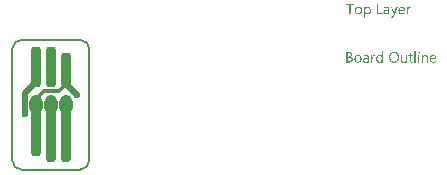
<source format=gtl>
G04*
G04 #@! TF.GenerationSoftware,Altium Limited,Altium Designer,21.9.2 (33)*
G04*
G04 Layer_Physical_Order=1*
G04 Layer_Color=255*
%FSAX25Y25*%
%MOIN*%
G70*
G04*
G04 #@! TF.SameCoordinates,076CCB32-9F76-40D1-A627-3FF0FC58CD4E*
G04*
G04*
G04 #@! TF.FilePolarity,Positive*
G04*
G01*
G75*
%ADD10C,0.00787*%
G04:AMPARAMS|DCode=11|XSize=35.43mil|YSize=188.98mil|CornerRadius=13.82mil|HoleSize=0mil|Usage=FLASHONLY|Rotation=180.000|XOffset=0mil|YOffset=0mil|HoleType=Round|Shape=RoundedRectangle|*
%AMROUNDEDRECTD11*
21,1,0.03543,0.16134,0,0,180.0*
21,1,0.00780,0.18898,0,0,180.0*
1,1,0.02764,-0.00390,0.08067*
1,1,0.02764,0.00390,0.08067*
1,1,0.02764,0.00390,-0.08067*
1,1,0.02764,-0.00390,-0.08067*
%
%ADD11ROUNDEDRECTD11*%
G04:AMPARAMS|DCode=12|XSize=35.43mil|YSize=169.29mil|CornerRadius=13.82mil|HoleSize=0mil|Usage=FLASHONLY|Rotation=180.000|XOffset=0mil|YOffset=0mil|HoleType=Round|Shape=RoundedRectangle|*
%AMROUNDEDRECTD12*
21,1,0.03543,0.14165,0,0,180.0*
21,1,0.00780,0.16929,0,0,180.0*
1,1,0.02764,-0.00390,0.07083*
1,1,0.02764,0.00390,0.07083*
1,1,0.02764,0.00390,-0.07083*
1,1,0.02764,-0.00390,-0.07083*
%
%ADD12ROUNDEDRECTD12*%
G04:AMPARAMS|DCode=13|XSize=35.43mil|YSize=135.83mil|CornerRadius=13.82mil|HoleSize=0mil|Usage=FLASHONLY|Rotation=180.000|XOffset=0mil|YOffset=0mil|HoleType=Round|Shape=RoundedRectangle|*
%AMROUNDEDRECTD13*
21,1,0.03543,0.10819,0,0,180.0*
21,1,0.00780,0.13583,0,0,180.0*
1,1,0.02764,-0.00390,0.05409*
1,1,0.02764,0.00390,0.05409*
1,1,0.02764,0.00390,-0.05409*
1,1,0.02764,-0.00390,-0.05409*
%
%ADD13ROUNDEDRECTD13*%
G04:AMPARAMS|DCode=14|XSize=35.43mil|YSize=116.14mil|CornerRadius=13.82mil|HoleSize=0mil|Usage=FLASHONLY|Rotation=180.000|XOffset=0mil|YOffset=0mil|HoleType=Round|Shape=RoundedRectangle|*
%AMROUNDEDRECTD14*
21,1,0.03543,0.08850,0,0,180.0*
21,1,0.00780,0.11614,0,0,180.0*
1,1,0.02764,-0.00390,0.04425*
1,1,0.02764,0.00390,0.04425*
1,1,0.02764,0.00390,-0.04425*
1,1,0.02764,-0.00390,-0.04425*
%
%ADD14ROUNDEDRECTD14*%
%ADD16O,0.04370X0.06732*%
%ADD17C,0.01181*%
%ADD18C,0.01968*%
%ADD19C,0.02362*%
G36*
X0105628Y0032682D02*
X0105662Y0032679D01*
X0105702Y0032676D01*
X0105748Y0032667D01*
X0105801Y0032657D01*
X0105860Y0032642D01*
X0105918Y0032623D01*
X0105980Y0032602D01*
X0106042Y0032574D01*
X0106107Y0032543D01*
X0106169Y0032503D01*
X0106227Y0032456D01*
X0106286Y0032404D01*
X0106339Y0032345D01*
X0106342Y0032342D01*
X0106351Y0032330D01*
X0106363Y0032311D01*
X0106382Y0032283D01*
X0106401Y0032250D01*
X0106425Y0032209D01*
X0106450Y0032160D01*
X0106475Y0032107D01*
X0106499Y0032046D01*
X0106524Y0031978D01*
X0106549Y0031903D01*
X0106567Y0031823D01*
X0106586Y0031736D01*
X0106598Y0031644D01*
X0106607Y0031545D01*
X0106611Y0031443D01*
Y0031440D01*
Y0031437D01*
Y0031428D01*
Y0031415D01*
X0106607Y0031381D01*
X0106604Y0031338D01*
X0106601Y0031285D01*
X0106595Y0031224D01*
X0106586Y0031156D01*
X0106573Y0031082D01*
X0106555Y0031004D01*
X0106536Y0030921D01*
X0106512Y0030837D01*
X0106481Y0030754D01*
X0106447Y0030670D01*
X0106407Y0030587D01*
X0106357Y0030510D01*
X0106305Y0030436D01*
X0106302Y0030433D01*
X0106289Y0030420D01*
X0106274Y0030402D01*
X0106249Y0030377D01*
X0106218Y0030349D01*
X0106181Y0030315D01*
X0106135Y0030281D01*
X0106085Y0030247D01*
X0106030Y0030213D01*
X0105965Y0030179D01*
X0105897Y0030145D01*
X0105823Y0030117D01*
X0105742Y0030093D01*
X0105656Y0030074D01*
X0105563Y0030062D01*
X0105467Y0030059D01*
X0105446D01*
X0105421Y0030062D01*
X0105387Y0030065D01*
X0105347Y0030071D01*
X0105300Y0030080D01*
X0105248Y0030093D01*
X0105189Y0030111D01*
X0105131Y0030133D01*
X0105069Y0030161D01*
X0105007Y0030195D01*
X0104942Y0030235D01*
X0104880Y0030284D01*
X0104822Y0030340D01*
X0104766Y0030405D01*
X0104713Y0030479D01*
X0104704D01*
Y0028965D01*
X0104302D01*
Y0032627D01*
X0104704D01*
Y0032185D01*
X0104713D01*
X0104716Y0032191D01*
X0104729Y0032206D01*
X0104744Y0032231D01*
X0104769Y0032262D01*
X0104800Y0032302D01*
X0104837Y0032342D01*
X0104883Y0032388D01*
X0104933Y0032435D01*
X0104991Y0032481D01*
X0105056Y0032528D01*
X0105127Y0032568D01*
X0105205Y0032608D01*
X0105288Y0032639D01*
X0105381Y0032664D01*
X0105477Y0032679D01*
X0105582Y0032685D01*
X0105603D01*
X0105628Y0032682D01*
D02*
G37*
G36*
X0119718Y0032667D02*
X0119752D01*
X0119790Y0032660D01*
X0119830Y0032654D01*
X0119870Y0032648D01*
X0119904Y0032636D01*
Y0032219D01*
X0119898Y0032222D01*
X0119885Y0032231D01*
X0119860Y0032243D01*
X0119826Y0032259D01*
X0119780Y0032274D01*
X0119731Y0032287D01*
X0119669Y0032296D01*
X0119598Y0032299D01*
X0119573D01*
X0119555Y0032296D01*
X0119533Y0032293D01*
X0119508Y0032287D01*
X0119449Y0032268D01*
X0119416Y0032256D01*
X0119382Y0032240D01*
X0119344Y0032219D01*
X0119307Y0032197D01*
X0119273Y0032169D01*
X0119236Y0032135D01*
X0119202Y0032098D01*
X0119168Y0032055D01*
X0119165Y0032052D01*
X0119162Y0032043D01*
X0119153Y0032030D01*
X0119141Y0032012D01*
X0119128Y0031987D01*
X0119113Y0031956D01*
X0119097Y0031922D01*
X0119082Y0031882D01*
X0119066Y0031839D01*
X0119051Y0031789D01*
X0119035Y0031734D01*
X0119023Y0031675D01*
X0119011Y0031610D01*
X0119001Y0031542D01*
X0118998Y0031471D01*
X0118995Y0031394D01*
Y0030117D01*
X0118594D01*
Y0032627D01*
X0118995D01*
Y0032107D01*
X0119005D01*
Y0032110D01*
X0119008Y0032120D01*
X0119014Y0032132D01*
X0119020Y0032151D01*
X0119029Y0032172D01*
X0119042Y0032200D01*
X0119070Y0032259D01*
X0119107Y0032327D01*
X0119153Y0032395D01*
X0119205Y0032460D01*
X0119267Y0032521D01*
X0119270Y0032524D01*
X0119276Y0032528D01*
X0119286Y0032534D01*
X0119298Y0032546D01*
X0119314Y0032555D01*
X0119335Y0032568D01*
X0119382Y0032596D01*
X0119440Y0032623D01*
X0119508Y0032648D01*
X0119582Y0032664D01*
X0119623Y0032667D01*
X0119663Y0032670D01*
X0119687D01*
X0119718Y0032667D01*
D02*
G37*
G36*
X0114385Y0029716D02*
Y0029713D01*
X0114382Y0029706D01*
X0114376Y0029697D01*
X0114370Y0029682D01*
X0114363Y0029663D01*
X0114354Y0029645D01*
X0114329Y0029595D01*
X0114295Y0029537D01*
X0114258Y0029469D01*
X0114212Y0029401D01*
X0114160Y0029326D01*
X0114101Y0029255D01*
X0114036Y0029184D01*
X0113965Y0029116D01*
X0113888Y0029057D01*
X0113804Y0029008D01*
X0113761Y0028989D01*
X0113715Y0028971D01*
X0113668Y0028956D01*
X0113619Y0028946D01*
X0113569Y0028940D01*
X0113517Y0028937D01*
X0113492D01*
X0113461Y0028940D01*
X0113424D01*
X0113384Y0028946D01*
X0113341Y0028953D01*
X0113294Y0028959D01*
X0113254Y0028971D01*
Y0029329D01*
X0113260Y0029326D01*
X0113276Y0029323D01*
X0113301Y0029317D01*
X0113331Y0029308D01*
X0113368Y0029298D01*
X0113409Y0029292D01*
X0113452Y0029289D01*
X0113492Y0029286D01*
X0113504D01*
X0113520Y0029289D01*
X0113541Y0029292D01*
X0113566Y0029298D01*
X0113597Y0029305D01*
X0113628Y0029317D01*
X0113665Y0029333D01*
X0113699Y0029351D01*
X0113739Y0029376D01*
X0113776Y0029404D01*
X0113813Y0029438D01*
X0113850Y0029481D01*
X0113888Y0029527D01*
X0113918Y0029583D01*
X0113949Y0029648D01*
X0114150Y0030121D01*
X0113171Y0032627D01*
X0113616D01*
X0114295Y0030695D01*
Y0030692D01*
X0114298Y0030686D01*
X0114302Y0030677D01*
X0114308Y0030658D01*
X0114314Y0030633D01*
X0114320Y0030599D01*
X0114332Y0030556D01*
X0114345Y0030504D01*
X0114360D01*
Y0030507D01*
X0114363Y0030516D01*
X0114366Y0030528D01*
X0114373Y0030550D01*
X0114379Y0030575D01*
X0114385Y0030606D01*
X0114397Y0030646D01*
X0114410Y0030689D01*
X0115124Y0032627D01*
X0115538D01*
X0114385Y0029716D01*
D02*
G37*
G36*
X0111938Y0032682D02*
X0111959D01*
X0111981Y0032679D01*
X0112009Y0032676D01*
X0112040Y0032670D01*
X0112105Y0032657D01*
X0112182Y0032636D01*
X0112259Y0032608D01*
X0112343Y0032568D01*
X0112426Y0032518D01*
X0112466Y0032491D01*
X0112506Y0032456D01*
X0112543Y0032419D01*
X0112581Y0032382D01*
X0112615Y0032339D01*
X0112645Y0032290D01*
X0112676Y0032240D01*
X0112704Y0032185D01*
X0112726Y0032123D01*
X0112747Y0032058D01*
X0112763Y0031990D01*
X0112775Y0031913D01*
X0112781Y0031835D01*
X0112784Y0031749D01*
Y0030117D01*
X0112383D01*
Y0030507D01*
X0112373D01*
X0112370Y0030501D01*
X0112361Y0030488D01*
X0112346Y0030467D01*
X0112324Y0030436D01*
X0112296Y0030402D01*
X0112262Y0030365D01*
X0112225Y0030324D01*
X0112179Y0030284D01*
X0112126Y0030241D01*
X0112071Y0030201D01*
X0112006Y0030164D01*
X0111938Y0030130D01*
X0111861Y0030099D01*
X0111780Y0030077D01*
X0111694Y0030065D01*
X0111601Y0030059D01*
X0111564D01*
X0111539Y0030062D01*
X0111508Y0030065D01*
X0111471Y0030068D01*
X0111431Y0030074D01*
X0111388Y0030083D01*
X0111292Y0030108D01*
X0111246Y0030124D01*
X0111196Y0030142D01*
X0111147Y0030164D01*
X0111100Y0030192D01*
X0111057Y0030222D01*
X0111014Y0030256D01*
X0111011Y0030259D01*
X0111005Y0030266D01*
X0110995Y0030278D01*
X0110980Y0030294D01*
X0110964Y0030312D01*
X0110949Y0030337D01*
X0110927Y0030365D01*
X0110909Y0030395D01*
X0110890Y0030433D01*
X0110872Y0030473D01*
X0110853Y0030516D01*
X0110838Y0030562D01*
X0110822Y0030612D01*
X0110813Y0030664D01*
X0110807Y0030723D01*
X0110804Y0030782D01*
Y0030785D01*
Y0030791D01*
Y0030800D01*
X0110807Y0030813D01*
Y0030828D01*
X0110810Y0030847D01*
X0110816Y0030893D01*
X0110828Y0030949D01*
X0110847Y0031010D01*
X0110872Y0031078D01*
X0110909Y0031150D01*
X0110952Y0031220D01*
X0111005Y0031292D01*
X0111039Y0031326D01*
X0111073Y0031360D01*
X0111113Y0031394D01*
X0111153Y0031424D01*
X0111199Y0031455D01*
X0111249Y0031483D01*
X0111301Y0031508D01*
X0111360Y0031533D01*
X0111422Y0031554D01*
X0111487Y0031573D01*
X0111558Y0031588D01*
X0111632Y0031601D01*
X0112383Y0031706D01*
Y0031709D01*
Y0031712D01*
Y0031721D01*
Y0031734D01*
X0112380Y0031764D01*
X0112373Y0031804D01*
X0112367Y0031854D01*
X0112355Y0031910D01*
X0112339Y0031965D01*
X0112318Y0032027D01*
X0112290Y0032086D01*
X0112256Y0032144D01*
X0112216Y0032197D01*
X0112166Y0032246D01*
X0112105Y0032287D01*
X0112037Y0032318D01*
X0112000Y0032330D01*
X0111956Y0032339D01*
X0111913Y0032342D01*
X0111867Y0032345D01*
X0111845D01*
X0111823Y0032342D01*
X0111789Y0032339D01*
X0111749Y0032336D01*
X0111703Y0032330D01*
X0111650Y0032321D01*
X0111595Y0032308D01*
X0111533Y0032290D01*
X0111468Y0032271D01*
X0111400Y0032246D01*
X0111329Y0032215D01*
X0111258Y0032178D01*
X0111187Y0032138D01*
X0111116Y0032092D01*
X0111048Y0032036D01*
Y0032447D01*
X0111051Y0032450D01*
X0111063Y0032456D01*
X0111085Y0032469D01*
X0111113Y0032484D01*
X0111150Y0032503D01*
X0111190Y0032521D01*
X0111239Y0032543D01*
X0111295Y0032568D01*
X0111354Y0032589D01*
X0111419Y0032611D01*
X0111490Y0032630D01*
X0111564Y0032648D01*
X0111644Y0032664D01*
X0111724Y0032676D01*
X0111811Y0032682D01*
X0111901Y0032685D01*
X0111922D01*
X0111938Y0032682D01*
D02*
G37*
G36*
X0109095Y0030488D02*
X0110507D01*
Y0030117D01*
X0108684D01*
Y0033631D01*
X0109095D01*
Y0030488D01*
D02*
G37*
G36*
X0100863Y0033257D02*
X0099850D01*
Y0030117D01*
X0099439D01*
Y0033257D01*
X0098425D01*
Y0033631D01*
X0100863D01*
Y0033257D01*
D02*
G37*
G36*
X0117002Y0032682D02*
X0117036Y0032679D01*
X0117079Y0032676D01*
X0117126Y0032670D01*
X0117178Y0032657D01*
X0117234Y0032645D01*
X0117296Y0032630D01*
X0117358Y0032608D01*
X0117419Y0032580D01*
X0117484Y0032549D01*
X0117546Y0032512D01*
X0117605Y0032469D01*
X0117664Y0032419D01*
X0117716Y0032364D01*
X0117719Y0032361D01*
X0117728Y0032348D01*
X0117741Y0032330D01*
X0117759Y0032305D01*
X0117778Y0032274D01*
X0117803Y0032234D01*
X0117827Y0032188D01*
X0117852Y0032135D01*
X0117877Y0032073D01*
X0117902Y0032008D01*
X0117926Y0031934D01*
X0117945Y0031857D01*
X0117963Y0031771D01*
X0117976Y0031681D01*
X0117985Y0031582D01*
X0117988Y0031480D01*
Y0031270D01*
X0116214D01*
Y0031264D01*
Y0031251D01*
X0116217Y0031230D01*
X0116220Y0031202D01*
X0116224Y0031165D01*
X0116230Y0031125D01*
X0116236Y0031082D01*
X0116248Y0031032D01*
X0116276Y0030927D01*
X0116295Y0030874D01*
X0116316Y0030819D01*
X0116341Y0030766D01*
X0116369Y0030714D01*
X0116403Y0030667D01*
X0116440Y0030621D01*
X0116443Y0030618D01*
X0116449Y0030612D01*
X0116462Y0030599D01*
X0116480Y0030587D01*
X0116502Y0030569D01*
X0116530Y0030550D01*
X0116560Y0030528D01*
X0116594Y0030510D01*
X0116635Y0030488D01*
X0116681Y0030467D01*
X0116727Y0030448D01*
X0116783Y0030430D01*
X0116839Y0030417D01*
X0116900Y0030405D01*
X0116965Y0030399D01*
X0117033Y0030395D01*
X0117052D01*
X0117073Y0030399D01*
X0117104D01*
X0117141Y0030405D01*
X0117185Y0030411D01*
X0117234Y0030420D01*
X0117290Y0030430D01*
X0117348Y0030445D01*
X0117410Y0030463D01*
X0117475Y0030485D01*
X0117540Y0030513D01*
X0117608Y0030544D01*
X0117676Y0030581D01*
X0117744Y0030624D01*
X0117812Y0030674D01*
Y0030297D01*
X0117809Y0030294D01*
X0117796Y0030287D01*
X0117778Y0030275D01*
X0117753Y0030259D01*
X0117719Y0030241D01*
X0117679Y0030222D01*
X0117633Y0030201D01*
X0117580Y0030179D01*
X0117518Y0030154D01*
X0117453Y0030133D01*
X0117382Y0030114D01*
X0117305Y0030096D01*
X0117222Y0030080D01*
X0117132Y0030068D01*
X0117036Y0030062D01*
X0116937Y0030059D01*
X0116913D01*
X0116888Y0030062D01*
X0116851Y0030065D01*
X0116805Y0030068D01*
X0116752Y0030077D01*
X0116696Y0030086D01*
X0116635Y0030102D01*
X0116570Y0030121D01*
X0116502Y0030142D01*
X0116431Y0030170D01*
X0116363Y0030201D01*
X0116292Y0030241D01*
X0116227Y0030287D01*
X0116162Y0030340D01*
X0116103Y0030399D01*
X0116100Y0030402D01*
X0116091Y0030414D01*
X0116075Y0030436D01*
X0116057Y0030463D01*
X0116032Y0030498D01*
X0116007Y0030541D01*
X0115980Y0030590D01*
X0115952Y0030649D01*
X0115924Y0030711D01*
X0115896Y0030785D01*
X0115871Y0030862D01*
X0115847Y0030949D01*
X0115828Y0031041D01*
X0115813Y0031140D01*
X0115803Y0031248D01*
X0115800Y0031360D01*
Y0031363D01*
Y0031366D01*
Y0031375D01*
Y0031384D01*
X0115803Y0031415D01*
X0115806Y0031458D01*
X0115810Y0031508D01*
X0115819Y0031563D01*
X0115828Y0031628D01*
X0115840Y0031699D01*
X0115859Y0031774D01*
X0115881Y0031851D01*
X0115908Y0031931D01*
X0115939Y0032012D01*
X0115976Y0032089D01*
X0116023Y0032169D01*
X0116072Y0032243D01*
X0116131Y0032314D01*
X0116134Y0032318D01*
X0116146Y0032330D01*
X0116165Y0032348D01*
X0116190Y0032373D01*
X0116224Y0032401D01*
X0116264Y0032432D01*
X0116307Y0032466D01*
X0116359Y0032500D01*
X0116415Y0032534D01*
X0116480Y0032568D01*
X0116548Y0032599D01*
X0116619Y0032627D01*
X0116696Y0032651D01*
X0116780Y0032670D01*
X0116866Y0032682D01*
X0116956Y0032685D01*
X0116978D01*
X0117002Y0032682D01*
D02*
G37*
G36*
X0102523D02*
X0102563Y0032679D01*
X0102609Y0032676D01*
X0102665Y0032667D01*
X0102723Y0032657D01*
X0102788Y0032642D01*
X0102859Y0032623D01*
X0102930Y0032602D01*
X0103001Y0032574D01*
X0103076Y0032540D01*
X0103147Y0032500D01*
X0103218Y0032453D01*
X0103283Y0032401D01*
X0103345Y0032339D01*
X0103348Y0032336D01*
X0103357Y0032324D01*
X0103372Y0032302D01*
X0103394Y0032274D01*
X0103419Y0032240D01*
X0103443Y0032197D01*
X0103474Y0032147D01*
X0103502Y0032089D01*
X0103533Y0032024D01*
X0103561Y0031953D01*
X0103586Y0031876D01*
X0103610Y0031789D01*
X0103632Y0031696D01*
X0103647Y0031598D01*
X0103657Y0031492D01*
X0103660Y0031381D01*
Y0031378D01*
Y0031375D01*
Y0031366D01*
Y0031353D01*
X0103657Y0031323D01*
X0103654Y0031282D01*
X0103650Y0031230D01*
X0103641Y0031171D01*
X0103632Y0031106D01*
X0103616Y0031035D01*
X0103598Y0030961D01*
X0103576Y0030881D01*
X0103548Y0030800D01*
X0103517Y0030720D01*
X0103477Y0030640D01*
X0103431Y0030562D01*
X0103378Y0030488D01*
X0103320Y0030417D01*
X0103317Y0030414D01*
X0103304Y0030402D01*
X0103286Y0030383D01*
X0103258Y0030362D01*
X0103224Y0030334D01*
X0103184Y0030303D01*
X0103134Y0030272D01*
X0103079Y0030238D01*
X0103017Y0030204D01*
X0102949Y0030173D01*
X0102875Y0030142D01*
X0102795Y0030114D01*
X0102705Y0030093D01*
X0102612Y0030074D01*
X0102516Y0030062D01*
X0102411Y0030059D01*
X0102387D01*
X0102359Y0030062D01*
X0102319Y0030065D01*
X0102272Y0030068D01*
X0102217Y0030077D01*
X0102158Y0030086D01*
X0102093Y0030102D01*
X0102022Y0030121D01*
X0101951Y0030145D01*
X0101877Y0030173D01*
X0101803Y0030207D01*
X0101728Y0030247D01*
X0101654Y0030294D01*
X0101586Y0030346D01*
X0101521Y0030408D01*
X0101518Y0030411D01*
X0101506Y0030423D01*
X0101490Y0030445D01*
X0101469Y0030473D01*
X0101444Y0030507D01*
X0101416Y0030550D01*
X0101389Y0030599D01*
X0101358Y0030658D01*
X0101327Y0030720D01*
X0101296Y0030791D01*
X0101268Y0030868D01*
X0101243Y0030952D01*
X0101222Y0031038D01*
X0101206Y0031134D01*
X0101194Y0031236D01*
X0101191Y0031341D01*
Y0031344D01*
Y0031347D01*
Y0031356D01*
Y0031369D01*
X0101194Y0031403D01*
X0101197Y0031446D01*
X0101200Y0031499D01*
X0101209Y0031560D01*
X0101219Y0031628D01*
X0101234Y0031703D01*
X0101252Y0031780D01*
X0101274Y0031860D01*
X0101302Y0031944D01*
X0101336Y0032027D01*
X0101376Y0032107D01*
X0101419Y0032185D01*
X0101472Y0032259D01*
X0101534Y0032330D01*
X0101537Y0032333D01*
X0101549Y0032345D01*
X0101571Y0032364D01*
X0101599Y0032385D01*
X0101633Y0032413D01*
X0101676Y0032441D01*
X0101725Y0032475D01*
X0101781Y0032509D01*
X0101843Y0032540D01*
X0101914Y0032574D01*
X0101991Y0032602D01*
X0102075Y0032630D01*
X0102164Y0032651D01*
X0102260Y0032670D01*
X0102362Y0032682D01*
X0102470Y0032685D01*
X0102495D01*
X0102523Y0032682D01*
D02*
G37*
G36*
X0122595Y0017700D02*
X0122623Y0017694D01*
X0122651Y0017684D01*
X0122682Y0017669D01*
X0122713Y0017650D01*
X0122743Y0017626D01*
X0122747Y0017623D01*
X0122756Y0017613D01*
X0122768Y0017598D01*
X0122784Y0017576D01*
X0122796Y0017548D01*
X0122808Y0017517D01*
X0122818Y0017480D01*
X0122821Y0017440D01*
Y0017434D01*
Y0017422D01*
X0122818Y0017403D01*
X0122811Y0017375D01*
X0122802Y0017348D01*
X0122787Y0017317D01*
X0122768Y0017286D01*
X0122743Y0017255D01*
X0122740Y0017252D01*
X0122731Y0017243D01*
X0122713Y0017230D01*
X0122691Y0017218D01*
X0122663Y0017205D01*
X0122632Y0017193D01*
X0122598Y0017184D01*
X0122558Y0017181D01*
X0122540D01*
X0122521Y0017184D01*
X0122493Y0017190D01*
X0122465Y0017199D01*
X0122434Y0017212D01*
X0122404Y0017227D01*
X0122373Y0017252D01*
X0122370Y0017255D01*
X0122360Y0017264D01*
X0122348Y0017283D01*
X0122336Y0017304D01*
X0122323Y0017329D01*
X0122311Y0017363D01*
X0122302Y0017400D01*
X0122299Y0017440D01*
Y0017446D01*
Y0017459D01*
X0122302Y0017480D01*
X0122308Y0017505D01*
X0122317Y0017536D01*
X0122329Y0017567D01*
X0122348Y0017598D01*
X0122373Y0017626D01*
X0122376Y0017629D01*
X0122385Y0017638D01*
X0122404Y0017650D01*
X0122425Y0017666D01*
X0122453Y0017678D01*
X0122484Y0017691D01*
X0122518Y0017700D01*
X0122558Y0017703D01*
X0122577D01*
X0122595Y0017700D01*
D02*
G37*
G36*
X0110628Y0014035D02*
X0110226D01*
Y0014458D01*
X0110217D01*
X0110213Y0014452D01*
X0110204Y0014437D01*
X0110186Y0014415D01*
X0110164Y0014384D01*
X0110133Y0014347D01*
X0110099Y0014307D01*
X0110056Y0014264D01*
X0110003Y0014217D01*
X0109948Y0014171D01*
X0109883Y0014128D01*
X0109812Y0014088D01*
X0109735Y0014051D01*
X0109651Y0014020D01*
X0109558Y0013998D01*
X0109460Y0013983D01*
X0109354Y0013976D01*
X0109333D01*
X0109308Y0013980D01*
X0109277Y0013983D01*
X0109237Y0013986D01*
X0109191Y0013995D01*
X0109138Y0014004D01*
X0109083Y0014020D01*
X0109024Y0014035D01*
X0108962Y0014060D01*
X0108900Y0014085D01*
X0108835Y0014119D01*
X0108774Y0014156D01*
X0108712Y0014202D01*
X0108653Y0014254D01*
X0108598Y0014313D01*
X0108594Y0014316D01*
X0108585Y0014329D01*
X0108573Y0014347D01*
X0108554Y0014375D01*
X0108533Y0014409D01*
X0108508Y0014449D01*
X0108483Y0014499D01*
X0108458Y0014554D01*
X0108431Y0014616D01*
X0108406Y0014684D01*
X0108381Y0014761D01*
X0108360Y0014842D01*
X0108341Y0014928D01*
X0108329Y0015024D01*
X0108319Y0015123D01*
X0108316Y0015228D01*
Y0015231D01*
Y0015234D01*
Y0015243D01*
Y0015256D01*
X0108319Y0015286D01*
X0108323Y0015330D01*
X0108326Y0015385D01*
X0108332Y0015444D01*
X0108341Y0015512D01*
X0108356Y0015586D01*
X0108372Y0015664D01*
X0108394Y0015747D01*
X0108418Y0015827D01*
X0108449Y0015914D01*
X0108483Y0015994D01*
X0108526Y0016074D01*
X0108573Y0016152D01*
X0108628Y0016226D01*
X0108632Y0016229D01*
X0108644Y0016241D01*
X0108662Y0016260D01*
X0108687Y0016285D01*
X0108718Y0016312D01*
X0108755Y0016346D01*
X0108801Y0016380D01*
X0108851Y0016414D01*
X0108910Y0016448D01*
X0108971Y0016482D01*
X0109039Y0016516D01*
X0109114Y0016544D01*
X0109194Y0016569D01*
X0109280Y0016587D01*
X0109370Y0016600D01*
X0109466Y0016603D01*
X0109487D01*
X0109515Y0016600D01*
X0109549Y0016597D01*
X0109592Y0016590D01*
X0109642Y0016581D01*
X0109694Y0016569D01*
X0109753Y0016553D01*
X0109815Y0016532D01*
X0109877Y0016504D01*
X0109939Y0016470D01*
X0110000Y0016430D01*
X0110059Y0016384D01*
X0110118Y0016331D01*
X0110170Y0016266D01*
X0110217Y0016195D01*
X0110226D01*
Y0017749D01*
X0110628D01*
Y0014035D01*
D02*
G37*
G36*
X0124842Y0016600D02*
X0124869D01*
X0124903Y0016594D01*
X0124944Y0016587D01*
X0124987Y0016581D01*
X0125033Y0016569D01*
X0125083Y0016556D01*
X0125135Y0016538D01*
X0125188Y0016516D01*
X0125240Y0016489D01*
X0125290Y0016458D01*
X0125339Y0016424D01*
X0125385Y0016380D01*
X0125429Y0016334D01*
X0125432Y0016331D01*
X0125438Y0016322D01*
X0125450Y0016306D01*
X0125463Y0016285D01*
X0125478Y0016257D01*
X0125497Y0016223D01*
X0125518Y0016183D01*
X0125540Y0016139D01*
X0125558Y0016087D01*
X0125580Y0016031D01*
X0125599Y0015966D01*
X0125614Y0015898D01*
X0125627Y0015824D01*
X0125639Y0015744D01*
X0125645Y0015660D01*
X0125648Y0015568D01*
Y0014035D01*
X0125246D01*
Y0015466D01*
Y0015469D01*
Y0015475D01*
Y0015484D01*
Y0015500D01*
X0125243Y0015518D01*
Y0015540D01*
X0125237Y0015589D01*
X0125228Y0015651D01*
X0125215Y0015719D01*
X0125197Y0015790D01*
X0125172Y0015864D01*
X0125141Y0015938D01*
X0125104Y0016010D01*
X0125058Y0016078D01*
X0124999Y0016139D01*
X0124934Y0016189D01*
X0124897Y0016210D01*
X0124854Y0016229D01*
X0124811Y0016244D01*
X0124764Y0016254D01*
X0124715Y0016260D01*
X0124662Y0016263D01*
X0124635D01*
X0124613Y0016260D01*
X0124588Y0016257D01*
X0124557Y0016251D01*
X0124523Y0016244D01*
X0124489Y0016235D01*
X0124449Y0016223D01*
X0124409Y0016207D01*
X0124369Y0016189D01*
X0124326Y0016167D01*
X0124285Y0016139D01*
X0124242Y0016108D01*
X0124202Y0016074D01*
X0124165Y0016034D01*
X0124162Y0016031D01*
X0124156Y0016025D01*
X0124146Y0016013D01*
X0124134Y0015994D01*
X0124118Y0015972D01*
X0124103Y0015945D01*
X0124084Y0015914D01*
X0124066Y0015880D01*
X0124048Y0015840D01*
X0124029Y0015796D01*
X0124013Y0015750D01*
X0123998Y0015701D01*
X0123986Y0015645D01*
X0123976Y0015589D01*
X0123970Y0015528D01*
X0123967Y0015466D01*
Y0014035D01*
X0123565D01*
Y0016544D01*
X0123967D01*
Y0016127D01*
X0123976D01*
X0123979Y0016133D01*
X0123989Y0016149D01*
X0124007Y0016170D01*
X0124029Y0016201D01*
X0124060Y0016238D01*
X0124094Y0016278D01*
X0124137Y0016322D01*
X0124187Y0016365D01*
X0124242Y0016408D01*
X0124304Y0016452D01*
X0124372Y0016492D01*
X0124443Y0016529D01*
X0124523Y0016560D01*
X0124610Y0016581D01*
X0124703Y0016597D01*
X0124801Y0016603D01*
X0124820D01*
X0124842Y0016600D01*
D02*
G37*
G36*
X0107865Y0016584D02*
X0107899D01*
X0107936Y0016578D01*
X0107976Y0016572D01*
X0108017Y0016566D01*
X0108051Y0016553D01*
Y0016136D01*
X0108044Y0016139D01*
X0108032Y0016149D01*
X0108007Y0016161D01*
X0107973Y0016176D01*
X0107927Y0016192D01*
X0107878Y0016204D01*
X0107816Y0016214D01*
X0107745Y0016217D01*
X0107720D01*
X0107701Y0016214D01*
X0107680Y0016210D01*
X0107655Y0016204D01*
X0107596Y0016186D01*
X0107562Y0016173D01*
X0107528Y0016158D01*
X0107491Y0016136D01*
X0107454Y0016115D01*
X0107420Y0016087D01*
X0107383Y0016053D01*
X0107349Y0016016D01*
X0107315Y0015972D01*
X0107312Y0015969D01*
X0107309Y0015960D01*
X0107300Y0015948D01*
X0107287Y0015929D01*
X0107275Y0015904D01*
X0107260Y0015874D01*
X0107244Y0015840D01*
X0107229Y0015800D01*
X0107213Y0015756D01*
X0107198Y0015707D01*
X0107182Y0015651D01*
X0107170Y0015592D01*
X0107158Y0015528D01*
X0107148Y0015460D01*
X0107145Y0015389D01*
X0107142Y0015311D01*
Y0014035D01*
X0106740D01*
Y0016544D01*
X0107142D01*
Y0016025D01*
X0107151D01*
Y0016028D01*
X0107154Y0016037D01*
X0107161Y0016050D01*
X0107167Y0016068D01*
X0107176Y0016090D01*
X0107188Y0016118D01*
X0107216Y0016176D01*
X0107253Y0016244D01*
X0107300Y0016312D01*
X0107352Y0016377D01*
X0107414Y0016439D01*
X0107417Y0016442D01*
X0107423Y0016445D01*
X0107432Y0016452D01*
X0107445Y0016464D01*
X0107460Y0016473D01*
X0107482Y0016486D01*
X0107528Y0016513D01*
X0107587Y0016541D01*
X0107655Y0016566D01*
X0107729Y0016581D01*
X0107769Y0016584D01*
X0107809Y0016587D01*
X0107834D01*
X0107865Y0016584D01*
D02*
G37*
G36*
X0118628Y0014035D02*
X0118226D01*
Y0014431D01*
X0118217D01*
X0118214Y0014424D01*
X0118204Y0014412D01*
X0118189Y0014387D01*
X0118170Y0014359D01*
X0118142Y0014326D01*
X0118108Y0014288D01*
X0118071Y0014245D01*
X0118025Y0014205D01*
X0117976Y0014162D01*
X0117917Y0014122D01*
X0117855Y0014081D01*
X0117784Y0014048D01*
X0117707Y0014020D01*
X0117626Y0013995D01*
X0117537Y0013983D01*
X0117441Y0013976D01*
X0117419D01*
X0117404Y0013980D01*
X0117382D01*
X0117358Y0013983D01*
X0117330Y0013989D01*
X0117302Y0013992D01*
X0117234Y0014010D01*
X0117157Y0014032D01*
X0117076Y0014066D01*
X0117036Y0014088D01*
X0116993Y0014109D01*
X0116950Y0014137D01*
X0116910Y0014165D01*
X0116869Y0014199D01*
X0116829Y0014236D01*
X0116789Y0014279D01*
X0116752Y0014322D01*
X0116718Y0014372D01*
X0116684Y0014427D01*
X0116656Y0014486D01*
X0116628Y0014548D01*
X0116604Y0014616D01*
X0116582Y0014690D01*
X0116567Y0014771D01*
X0116554Y0014854D01*
X0116548Y0014947D01*
X0116545Y0015042D01*
Y0016544D01*
X0116944D01*
Y0015107D01*
Y0015104D01*
Y0015098D01*
Y0015089D01*
Y0015073D01*
X0116947Y0015055D01*
Y0015033D01*
X0116953Y0014984D01*
X0116962Y0014922D01*
X0116974Y0014857D01*
X0116996Y0014783D01*
X0117021Y0014712D01*
X0117052Y0014638D01*
X0117092Y0014563D01*
X0117141Y0014499D01*
X0117200Y0014437D01*
X0117271Y0014387D01*
X0117308Y0014366D01*
X0117351Y0014347D01*
X0117398Y0014332D01*
X0117444Y0014322D01*
X0117497Y0014316D01*
X0117552Y0014313D01*
X0117580D01*
X0117602Y0014316D01*
X0117626Y0014319D01*
X0117654Y0014326D01*
X0117688Y0014332D01*
X0117722Y0014341D01*
X0117759Y0014350D01*
X0117799Y0014366D01*
X0117840Y0014384D01*
X0117880Y0014406D01*
X0117920Y0014431D01*
X0117960Y0014458D01*
X0117997Y0014492D01*
X0118034Y0014529D01*
X0118037Y0014533D01*
X0118044Y0014539D01*
X0118053Y0014551D01*
X0118065Y0014570D01*
X0118078Y0014591D01*
X0118096Y0014616D01*
X0118112Y0014647D01*
X0118130Y0014681D01*
X0118149Y0014721D01*
X0118164Y0014764D01*
X0118183Y0014811D01*
X0118195Y0014860D01*
X0118207Y0014916D01*
X0118217Y0014971D01*
X0118223Y0015033D01*
X0118226Y0015098D01*
Y0016544D01*
X0118628D01*
Y0014035D01*
D02*
G37*
G36*
X0122753D02*
X0122351D01*
Y0016544D01*
X0122753D01*
Y0014035D01*
D02*
G37*
G36*
X0121538D02*
X0121137D01*
Y0017749D01*
X0121538D01*
Y0014035D01*
D02*
G37*
G36*
X0105137Y0016600D02*
X0105158D01*
X0105180Y0016597D01*
X0105208Y0016594D01*
X0105239Y0016587D01*
X0105304Y0016575D01*
X0105381Y0016553D01*
X0105458Y0016526D01*
X0105542Y0016486D01*
X0105625Y0016436D01*
X0105665Y0016408D01*
X0105705Y0016374D01*
X0105742Y0016337D01*
X0105779Y0016300D01*
X0105813Y0016257D01*
X0105844Y0016207D01*
X0105875Y0016158D01*
X0105903Y0016102D01*
X0105925Y0016040D01*
X0105946Y0015976D01*
X0105962Y0015908D01*
X0105974Y0015830D01*
X0105980Y0015753D01*
X0105983Y0015667D01*
Y0014035D01*
X0105582D01*
Y0014424D01*
X0105572D01*
X0105569Y0014418D01*
X0105560Y0014406D01*
X0105545Y0014384D01*
X0105523Y0014353D01*
X0105495Y0014319D01*
X0105461Y0014282D01*
X0105424Y0014242D01*
X0105378Y0014202D01*
X0105325Y0014159D01*
X0105270Y0014119D01*
X0105205Y0014081D01*
X0105137Y0014048D01*
X0105059Y0014017D01*
X0104979Y0013995D01*
X0104893Y0013983D01*
X0104800Y0013976D01*
X0104763D01*
X0104738Y0013980D01*
X0104707Y0013983D01*
X0104670Y0013986D01*
X0104630Y0013992D01*
X0104587Y0014001D01*
X0104491Y0014026D01*
X0104445Y0014041D01*
X0104395Y0014060D01*
X0104346Y0014081D01*
X0104299Y0014109D01*
X0104256Y0014140D01*
X0104213Y0014174D01*
X0104210Y0014177D01*
X0104203Y0014183D01*
X0104194Y0014196D01*
X0104179Y0014211D01*
X0104163Y0014230D01*
X0104148Y0014254D01*
X0104126Y0014282D01*
X0104108Y0014313D01*
X0104089Y0014350D01*
X0104071Y0014390D01*
X0104052Y0014434D01*
X0104037Y0014480D01*
X0104021Y0014529D01*
X0104012Y0014582D01*
X0104006Y0014641D01*
X0104003Y0014699D01*
Y0014703D01*
Y0014709D01*
Y0014718D01*
X0104006Y0014730D01*
Y0014746D01*
X0104009Y0014764D01*
X0104015Y0014811D01*
X0104027Y0014866D01*
X0104046Y0014928D01*
X0104071Y0014996D01*
X0104108Y0015067D01*
X0104151Y0015138D01*
X0104203Y0015209D01*
X0104237Y0015243D01*
X0104271Y0015277D01*
X0104312Y0015311D01*
X0104352Y0015342D01*
X0104398Y0015373D01*
X0104448Y0015401D01*
X0104500Y0015426D01*
X0104559Y0015450D01*
X0104621Y0015472D01*
X0104685Y0015491D01*
X0104757Y0015506D01*
X0104831Y0015518D01*
X0105582Y0015623D01*
Y0015626D01*
Y0015630D01*
Y0015639D01*
Y0015651D01*
X0105578Y0015682D01*
X0105572Y0015722D01*
X0105566Y0015772D01*
X0105554Y0015827D01*
X0105538Y0015883D01*
X0105517Y0015945D01*
X0105489Y0016003D01*
X0105455Y0016062D01*
X0105415Y0016115D01*
X0105365Y0016164D01*
X0105304Y0016204D01*
X0105236Y0016235D01*
X0105199Y0016248D01*
X0105155Y0016257D01*
X0105112Y0016260D01*
X0105066Y0016263D01*
X0105044D01*
X0105022Y0016260D01*
X0104988Y0016257D01*
X0104948Y0016254D01*
X0104902Y0016248D01*
X0104849Y0016238D01*
X0104794Y0016226D01*
X0104732Y0016207D01*
X0104667Y0016189D01*
X0104599Y0016164D01*
X0104528Y0016133D01*
X0104457Y0016096D01*
X0104386Y0016056D01*
X0104315Y0016010D01*
X0104247Y0015954D01*
Y0016365D01*
X0104250Y0016368D01*
X0104262Y0016374D01*
X0104284Y0016387D01*
X0104312Y0016402D01*
X0104349Y0016421D01*
X0104389Y0016439D01*
X0104438Y0016461D01*
X0104494Y0016486D01*
X0104553Y0016507D01*
X0104618Y0016529D01*
X0104689Y0016547D01*
X0104763Y0016566D01*
X0104843Y0016581D01*
X0104923Y0016594D01*
X0105010Y0016600D01*
X0105100Y0016603D01*
X0105121D01*
X0105137Y0016600D01*
D02*
G37*
G36*
X0099501Y0017545D02*
X0099538Y0017542D01*
X0099581Y0017536D01*
X0099630Y0017530D01*
X0099686Y0017521D01*
X0099742Y0017508D01*
X0099800Y0017493D01*
X0099862Y0017474D01*
X0099921Y0017453D01*
X0099983Y0017428D01*
X0100038Y0017397D01*
X0100094Y0017363D01*
X0100146Y0017323D01*
X0100149Y0017320D01*
X0100159Y0017314D01*
X0100171Y0017301D01*
X0100187Y0017283D01*
X0100208Y0017261D01*
X0100230Y0017233D01*
X0100254Y0017202D01*
X0100279Y0017168D01*
X0100304Y0017128D01*
X0100329Y0017085D01*
X0100350Y0017036D01*
X0100372Y0016986D01*
X0100387Y0016930D01*
X0100400Y0016872D01*
X0100409Y0016810D01*
X0100412Y0016745D01*
Y0016742D01*
Y0016733D01*
Y0016717D01*
X0100409Y0016696D01*
X0100406Y0016668D01*
X0100403Y0016640D01*
X0100400Y0016606D01*
X0100393Y0016569D01*
X0100372Y0016486D01*
X0100344Y0016399D01*
X0100326Y0016353D01*
X0100304Y0016309D01*
X0100279Y0016266D01*
X0100251Y0016223D01*
X0100248Y0016220D01*
X0100245Y0016214D01*
X0100236Y0016201D01*
X0100221Y0016186D01*
X0100205Y0016170D01*
X0100187Y0016149D01*
X0100162Y0016127D01*
X0100137Y0016102D01*
X0100106Y0016078D01*
X0100072Y0016050D01*
X0100035Y0016025D01*
X0099995Y0015997D01*
X0099952Y0015972D01*
X0099908Y0015951D01*
X0099806Y0015911D01*
Y0015901D01*
X0099809D01*
X0099822Y0015898D01*
X0099840Y0015895D01*
X0099865Y0015892D01*
X0099896Y0015886D01*
X0099930Y0015877D01*
X0099970Y0015864D01*
X0100010Y0015852D01*
X0100100Y0015818D01*
X0100149Y0015796D01*
X0100196Y0015769D01*
X0100242Y0015741D01*
X0100288Y0015710D01*
X0100335Y0015673D01*
X0100375Y0015633D01*
X0100378Y0015630D01*
X0100384Y0015623D01*
X0100393Y0015611D01*
X0100409Y0015592D01*
X0100424Y0015568D01*
X0100443Y0015543D01*
X0100461Y0015509D01*
X0100483Y0015475D01*
X0100502Y0015435D01*
X0100520Y0015389D01*
X0100539Y0015342D01*
X0100554Y0015290D01*
X0100570Y0015231D01*
X0100579Y0015172D01*
X0100585Y0015110D01*
X0100588Y0015042D01*
Y0015036D01*
Y0015024D01*
X0100585Y0014999D01*
X0100582Y0014968D01*
X0100579Y0014928D01*
X0100570Y0014885D01*
X0100560Y0014835D01*
X0100548Y0014783D01*
X0100530Y0014724D01*
X0100508Y0014665D01*
X0100483Y0014607D01*
X0100452Y0014545D01*
X0100415Y0014483D01*
X0100372Y0014424D01*
X0100322Y0014369D01*
X0100264Y0014313D01*
X0100261Y0014310D01*
X0100248Y0014301D01*
X0100230Y0014288D01*
X0100205Y0014270D01*
X0100174Y0014248D01*
X0100134Y0014227D01*
X0100091Y0014199D01*
X0100041Y0014174D01*
X0099983Y0014149D01*
X0099921Y0014125D01*
X0099856Y0014100D01*
X0099782Y0014078D01*
X0099704Y0014060D01*
X0099624Y0014048D01*
X0099538Y0014038D01*
X0099448Y0014035D01*
X0098425D01*
Y0017548D01*
X0099467D01*
X0099501Y0017545D01*
D02*
G37*
G36*
X0119969Y0016544D02*
X0120602D01*
Y0016198D01*
X0119969D01*
Y0014786D01*
Y0014783D01*
Y0014774D01*
Y0014761D01*
Y0014746D01*
X0119972Y0014724D01*
X0119975Y0014699D01*
X0119981Y0014647D01*
X0119990Y0014585D01*
X0120006Y0014526D01*
X0120027Y0014471D01*
X0120040Y0014446D01*
X0120055Y0014424D01*
X0120058Y0014421D01*
X0120071Y0014409D01*
X0120092Y0014390D01*
X0120123Y0014372D01*
X0120163Y0014350D01*
X0120213Y0014335D01*
X0120272Y0014322D01*
X0120340Y0014316D01*
X0120364D01*
X0120392Y0014319D01*
X0120429Y0014326D01*
X0120469Y0014338D01*
X0120516Y0014350D01*
X0120559Y0014372D01*
X0120602Y0014400D01*
Y0014057D01*
X0120599D01*
X0120596Y0014054D01*
X0120587Y0014051D01*
X0120577Y0014044D01*
X0120543Y0014032D01*
X0120503Y0014020D01*
X0120448Y0014007D01*
X0120383Y0013995D01*
X0120309Y0013986D01*
X0120225Y0013983D01*
X0120197D01*
X0120163Y0013989D01*
X0120123Y0013995D01*
X0120074Y0014004D01*
X0120018Y0014023D01*
X0119956Y0014044D01*
X0119898Y0014075D01*
X0119836Y0014112D01*
X0119774Y0014162D01*
X0119718Y0014220D01*
X0119694Y0014254D01*
X0119669Y0014292D01*
X0119647Y0014332D01*
X0119629Y0014375D01*
X0119610Y0014421D01*
X0119595Y0014474D01*
X0119582Y0014526D01*
X0119573Y0014585D01*
X0119570Y0014647D01*
X0119567Y0014715D01*
Y0016198D01*
X0119138D01*
Y0016544D01*
X0119567D01*
Y0017156D01*
X0119969Y0017286D01*
Y0016544D01*
D02*
G37*
G36*
X0127437Y0016600D02*
X0127471Y0016597D01*
X0127515Y0016594D01*
X0127561Y0016587D01*
X0127613Y0016575D01*
X0127669Y0016563D01*
X0127731Y0016547D01*
X0127793Y0016526D01*
X0127854Y0016498D01*
X0127919Y0016467D01*
X0127981Y0016430D01*
X0128040Y0016387D01*
X0128098Y0016337D01*
X0128151Y0016282D01*
X0128154Y0016278D01*
X0128163Y0016266D01*
X0128176Y0016248D01*
X0128194Y0016223D01*
X0128213Y0016192D01*
X0128237Y0016152D01*
X0128262Y0016105D01*
X0128287Y0016053D01*
X0128312Y0015991D01*
X0128336Y0015926D01*
X0128361Y0015852D01*
X0128380Y0015775D01*
X0128398Y0015688D01*
X0128410Y0015599D01*
X0128420Y0015500D01*
X0128423Y0015398D01*
Y0015188D01*
X0126649D01*
Y0015181D01*
Y0015169D01*
X0126652Y0015147D01*
X0126655Y0015120D01*
X0126658Y0015083D01*
X0126665Y0015042D01*
X0126671Y0014999D01*
X0126683Y0014950D01*
X0126711Y0014845D01*
X0126730Y0014792D01*
X0126751Y0014737D01*
X0126776Y0014684D01*
X0126804Y0014631D01*
X0126838Y0014585D01*
X0126875Y0014539D01*
X0126878Y0014536D01*
X0126884Y0014529D01*
X0126897Y0014517D01*
X0126915Y0014505D01*
X0126937Y0014486D01*
X0126964Y0014468D01*
X0126995Y0014446D01*
X0127029Y0014427D01*
X0127069Y0014406D01*
X0127116Y0014384D01*
X0127162Y0014366D01*
X0127218Y0014347D01*
X0127273Y0014335D01*
X0127335Y0014322D01*
X0127400Y0014316D01*
X0127468Y0014313D01*
X0127487D01*
X0127508Y0014316D01*
X0127539D01*
X0127576Y0014322D01*
X0127620Y0014329D01*
X0127669Y0014338D01*
X0127725Y0014347D01*
X0127783Y0014363D01*
X0127845Y0014381D01*
X0127910Y0014403D01*
X0127975Y0014431D01*
X0128043Y0014461D01*
X0128111Y0014499D01*
X0128179Y0014542D01*
X0128247Y0014591D01*
Y0014214D01*
X0128244Y0014211D01*
X0128231Y0014205D01*
X0128213Y0014193D01*
X0128188Y0014177D01*
X0128154Y0014159D01*
X0128114Y0014140D01*
X0128068Y0014119D01*
X0128015Y0014097D01*
X0127953Y0014072D01*
X0127888Y0014051D01*
X0127817Y0014032D01*
X0127740Y0014014D01*
X0127657Y0013998D01*
X0127567Y0013986D01*
X0127471Y0013980D01*
X0127372Y0013976D01*
X0127348D01*
X0127323Y0013980D01*
X0127286Y0013983D01*
X0127239Y0013986D01*
X0127187Y0013995D01*
X0127131Y0014004D01*
X0127069Y0014020D01*
X0127005Y0014038D01*
X0126937Y0014060D01*
X0126866Y0014088D01*
X0126798Y0014119D01*
X0126726Y0014159D01*
X0126662Y0014205D01*
X0126597Y0014258D01*
X0126538Y0014316D01*
X0126535Y0014319D01*
X0126526Y0014332D01*
X0126510Y0014353D01*
X0126492Y0014381D01*
X0126467Y0014415D01*
X0126442Y0014458D01*
X0126414Y0014508D01*
X0126387Y0014567D01*
X0126359Y0014628D01*
X0126331Y0014703D01*
X0126306Y0014780D01*
X0126281Y0014866D01*
X0126263Y0014959D01*
X0126248Y0015058D01*
X0126238Y0015166D01*
X0126235Y0015277D01*
Y0015280D01*
Y0015283D01*
Y0015293D01*
Y0015302D01*
X0126238Y0015333D01*
X0126241Y0015376D01*
X0126244Y0015426D01*
X0126254Y0015481D01*
X0126263Y0015546D01*
X0126275Y0015617D01*
X0126294Y0015691D01*
X0126315Y0015769D01*
X0126343Y0015849D01*
X0126374Y0015929D01*
X0126411Y0016006D01*
X0126458Y0016087D01*
X0126507Y0016161D01*
X0126566Y0016232D01*
X0126569Y0016235D01*
X0126581Y0016248D01*
X0126600Y0016266D01*
X0126625Y0016291D01*
X0126658Y0016319D01*
X0126699Y0016350D01*
X0126742Y0016384D01*
X0126795Y0016418D01*
X0126850Y0016452D01*
X0126915Y0016486D01*
X0126983Y0016516D01*
X0127054Y0016544D01*
X0127131Y0016569D01*
X0127215Y0016587D01*
X0127301Y0016600D01*
X0127391Y0016603D01*
X0127412D01*
X0127437Y0016600D01*
D02*
G37*
G36*
X0114394Y0017604D02*
X0114416D01*
X0114438Y0017601D01*
X0114465D01*
X0114527Y0017592D01*
X0114598Y0017582D01*
X0114679Y0017567D01*
X0114765Y0017545D01*
X0114855Y0017521D01*
X0114951Y0017487D01*
X0115046Y0017446D01*
X0115145Y0017400D01*
X0115244Y0017345D01*
X0115337Y0017280D01*
X0115429Y0017202D01*
X0115516Y0017116D01*
X0115522Y0017110D01*
X0115534Y0017094D01*
X0115556Y0017066D01*
X0115587Y0017026D01*
X0115618Y0016977D01*
X0115658Y0016918D01*
X0115698Y0016850D01*
X0115738Y0016773D01*
X0115779Y0016683D01*
X0115819Y0016587D01*
X0115859Y0016482D01*
X0115893Y0016368D01*
X0115921Y0016244D01*
X0115942Y0016115D01*
X0115955Y0015979D01*
X0115961Y0015834D01*
Y0015830D01*
Y0015824D01*
Y0015812D01*
Y0015796D01*
X0115958Y0015775D01*
Y0015750D01*
X0115955Y0015722D01*
Y0015691D01*
X0115952Y0015657D01*
X0115949Y0015620D01*
X0115936Y0015537D01*
X0115924Y0015441D01*
X0115905Y0015342D01*
X0115881Y0015234D01*
X0115850Y0015123D01*
X0115813Y0015011D01*
X0115769Y0014897D01*
X0115717Y0014786D01*
X0115655Y0014675D01*
X0115584Y0014573D01*
X0115504Y0014474D01*
X0115497Y0014468D01*
X0115482Y0014452D01*
X0115457Y0014427D01*
X0115420Y0014397D01*
X0115374Y0014359D01*
X0115318Y0014316D01*
X0115256Y0014273D01*
X0115182Y0014227D01*
X0115099Y0014180D01*
X0115006Y0014134D01*
X0114907Y0014091D01*
X0114799Y0014054D01*
X0114682Y0014023D01*
X0114558Y0013998D01*
X0114425Y0013983D01*
X0114286Y0013976D01*
X0114252D01*
X0114237Y0013980D01*
X0114215D01*
X0114190Y0013983D01*
X0114163Y0013986D01*
X0114098Y0013992D01*
X0114027Y0014001D01*
X0113943Y0014017D01*
X0113857Y0014038D01*
X0113761Y0014063D01*
X0113665Y0014097D01*
X0113566Y0014137D01*
X0113464Y0014183D01*
X0113365Y0014239D01*
X0113270Y0014307D01*
X0113174Y0014381D01*
X0113087Y0014468D01*
X0113081Y0014474D01*
X0113069Y0014489D01*
X0113047Y0014517D01*
X0113016Y0014557D01*
X0112982Y0014607D01*
X0112945Y0014665D01*
X0112905Y0014733D01*
X0112865Y0014814D01*
X0112821Y0014900D01*
X0112781Y0014996D01*
X0112744Y0015101D01*
X0112710Y0015215D01*
X0112679Y0015339D01*
X0112658Y0015469D01*
X0112645Y0015605D01*
X0112639Y0015750D01*
Y0015753D01*
Y0015759D01*
Y0015772D01*
Y0015787D01*
X0112642Y0015809D01*
Y0015830D01*
X0112645Y0015858D01*
Y0015889D01*
X0112648Y0015923D01*
X0112655Y0015963D01*
X0112664Y0016044D01*
X0112676Y0016136D01*
X0112698Y0016235D01*
X0112720Y0016343D01*
X0112750Y0016452D01*
X0112787Y0016563D01*
X0112831Y0016677D01*
X0112883Y0016788D01*
X0112945Y0016896D01*
X0113016Y0017002D01*
X0113096Y0017100D01*
X0113103Y0017107D01*
X0113118Y0017122D01*
X0113143Y0017147D01*
X0113180Y0017181D01*
X0113226Y0017218D01*
X0113285Y0017261D01*
X0113350Y0017307D01*
X0113424Y0017354D01*
X0113511Y0017400D01*
X0113603Y0017446D01*
X0113705Y0017490D01*
X0113816Y0017527D01*
X0113937Y0017561D01*
X0114064Y0017585D01*
X0114200Y0017601D01*
X0114345Y0017607D01*
X0114376D01*
X0114394Y0017604D01*
D02*
G37*
G36*
X0102408Y0016600D02*
X0102448Y0016597D01*
X0102495Y0016594D01*
X0102550Y0016584D01*
X0102609Y0016575D01*
X0102674Y0016560D01*
X0102745Y0016541D01*
X0102816Y0016520D01*
X0102887Y0016492D01*
X0102961Y0016458D01*
X0103032Y0016418D01*
X0103103Y0016371D01*
X0103168Y0016319D01*
X0103230Y0016257D01*
X0103233Y0016254D01*
X0103243Y0016241D01*
X0103258Y0016220D01*
X0103280Y0016192D01*
X0103304Y0016158D01*
X0103329Y0016115D01*
X0103360Y0016065D01*
X0103388Y0016006D01*
X0103419Y0015942D01*
X0103446Y0015871D01*
X0103471Y0015793D01*
X0103496Y0015707D01*
X0103517Y0015614D01*
X0103533Y0015515D01*
X0103542Y0015410D01*
X0103545Y0015299D01*
Y0015296D01*
Y0015293D01*
Y0015283D01*
Y0015271D01*
X0103542Y0015240D01*
X0103539Y0015200D01*
X0103536Y0015147D01*
X0103527Y0015089D01*
X0103517Y0015024D01*
X0103502Y0014953D01*
X0103483Y0014879D01*
X0103462Y0014798D01*
X0103434Y0014718D01*
X0103403Y0014638D01*
X0103363Y0014557D01*
X0103317Y0014480D01*
X0103264Y0014406D01*
X0103205Y0014335D01*
X0103202Y0014332D01*
X0103190Y0014319D01*
X0103171Y0014301D01*
X0103144Y0014279D01*
X0103110Y0014251D01*
X0103069Y0014220D01*
X0103020Y0014190D01*
X0102964Y0014156D01*
X0102903Y0014122D01*
X0102835Y0014091D01*
X0102761Y0014060D01*
X0102680Y0014032D01*
X0102591Y0014010D01*
X0102498Y0013992D01*
X0102402Y0013980D01*
X0102297Y0013976D01*
X0102272D01*
X0102244Y0013980D01*
X0102204Y0013983D01*
X0102158Y0013986D01*
X0102102Y0013995D01*
X0102044Y0014004D01*
X0101979Y0014020D01*
X0101908Y0014038D01*
X0101837Y0014063D01*
X0101762Y0014091D01*
X0101688Y0014125D01*
X0101614Y0014165D01*
X0101540Y0014211D01*
X0101472Y0014264D01*
X0101407Y0014326D01*
X0101404Y0014329D01*
X0101392Y0014341D01*
X0101376Y0014363D01*
X0101355Y0014390D01*
X0101330Y0014424D01*
X0101302Y0014468D01*
X0101274Y0014517D01*
X0101243Y0014576D01*
X0101212Y0014638D01*
X0101181Y0014709D01*
X0101154Y0014786D01*
X0101129Y0014869D01*
X0101107Y0014956D01*
X0101092Y0015052D01*
X0101079Y0015154D01*
X0101076Y0015259D01*
Y0015262D01*
Y0015265D01*
Y0015274D01*
Y0015286D01*
X0101079Y0015321D01*
X0101083Y0015364D01*
X0101086Y0015416D01*
X0101095Y0015478D01*
X0101104Y0015546D01*
X0101120Y0015620D01*
X0101138Y0015698D01*
X0101160Y0015778D01*
X0101188Y0015861D01*
X0101222Y0015945D01*
X0101262Y0016025D01*
X0101305Y0016102D01*
X0101358Y0016176D01*
X0101419Y0016248D01*
X0101423Y0016251D01*
X0101435Y0016263D01*
X0101456Y0016282D01*
X0101484Y0016303D01*
X0101518Y0016331D01*
X0101561Y0016359D01*
X0101611Y0016393D01*
X0101667Y0016427D01*
X0101728Y0016458D01*
X0101799Y0016492D01*
X0101877Y0016520D01*
X0101960Y0016547D01*
X0102050Y0016569D01*
X0102146Y0016587D01*
X0102248Y0016600D01*
X0102356Y0016603D01*
X0102380D01*
X0102408Y0016600D01*
D02*
G37*
%LPC*%
G36*
X0105483Y0032345D02*
X0105449D01*
X0105424Y0032342D01*
X0105393Y0032339D01*
X0105359Y0032333D01*
X0105322Y0032324D01*
X0105279Y0032314D01*
X0105236Y0032302D01*
X0105189Y0032287D01*
X0105143Y0032265D01*
X0105096Y0032243D01*
X0105050Y0032215D01*
X0105004Y0032182D01*
X0104957Y0032144D01*
X0104917Y0032101D01*
X0104914Y0032098D01*
X0104908Y0032089D01*
X0104899Y0032076D01*
X0104883Y0032058D01*
X0104868Y0032033D01*
X0104849Y0032005D01*
X0104831Y0031971D01*
X0104812Y0031934D01*
X0104791Y0031891D01*
X0104772Y0031845D01*
X0104753Y0031795D01*
X0104738Y0031740D01*
X0104723Y0031681D01*
X0104713Y0031622D01*
X0104707Y0031557D01*
X0104704Y0031489D01*
Y0031140D01*
Y0031137D01*
Y0031128D01*
Y0031109D01*
X0104707Y0031088D01*
X0104710Y0031060D01*
X0104713Y0031029D01*
X0104719Y0030995D01*
X0104729Y0030958D01*
X0104753Y0030874D01*
X0104769Y0030831D01*
X0104788Y0030785D01*
X0104812Y0030742D01*
X0104840Y0030695D01*
X0104871Y0030652D01*
X0104905Y0030612D01*
X0104908Y0030609D01*
X0104914Y0030602D01*
X0104927Y0030593D01*
X0104942Y0030578D01*
X0104961Y0030562D01*
X0104985Y0030544D01*
X0105013Y0030525D01*
X0105047Y0030504D01*
X0105081Y0030485D01*
X0105121Y0030463D01*
X0105165Y0030445D01*
X0105208Y0030430D01*
X0105257Y0030414D01*
X0105310Y0030405D01*
X0105365Y0030399D01*
X0105421Y0030395D01*
X0105436D01*
X0105455Y0030399D01*
X0105483D01*
X0105511Y0030405D01*
X0105548Y0030411D01*
X0105588Y0030420D01*
X0105628Y0030430D01*
X0105674Y0030445D01*
X0105721Y0030463D01*
X0105767Y0030485D01*
X0105816Y0030513D01*
X0105863Y0030544D01*
X0105909Y0030581D01*
X0105952Y0030624D01*
X0105993Y0030674D01*
X0105996Y0030677D01*
X0106002Y0030686D01*
X0106011Y0030701D01*
X0106027Y0030726D01*
X0106042Y0030754D01*
X0106058Y0030788D01*
X0106076Y0030831D01*
X0106098Y0030878D01*
X0106116Y0030930D01*
X0106135Y0030989D01*
X0106150Y0031051D01*
X0106169Y0031122D01*
X0106181Y0031196D01*
X0106190Y0031276D01*
X0106196Y0031363D01*
X0106200Y0031452D01*
Y0031458D01*
Y0031471D01*
Y0031492D01*
X0106196Y0031520D01*
X0106193Y0031557D01*
X0106190Y0031598D01*
X0106184Y0031641D01*
X0106175Y0031690D01*
X0106153Y0031795D01*
X0106138Y0031851D01*
X0106116Y0031903D01*
X0106095Y0031959D01*
X0106070Y0032012D01*
X0106039Y0032061D01*
X0106005Y0032107D01*
X0106002Y0032110D01*
X0105996Y0032117D01*
X0105986Y0032129D01*
X0105971Y0032144D01*
X0105949Y0032163D01*
X0105928Y0032182D01*
X0105900Y0032203D01*
X0105869Y0032228D01*
X0105832Y0032250D01*
X0105795Y0032271D01*
X0105752Y0032290D01*
X0105705Y0032308D01*
X0105653Y0032324D01*
X0105600Y0032336D01*
X0105545Y0032342D01*
X0105483Y0032345D01*
D02*
G37*
G36*
X0112383Y0031384D02*
X0111777Y0031301D01*
X0111774D01*
X0111765Y0031298D01*
X0111749D01*
X0111731Y0031295D01*
X0111709Y0031288D01*
X0111681Y0031282D01*
X0111619Y0031270D01*
X0111551Y0031251D01*
X0111484Y0031227D01*
X0111416Y0031196D01*
X0111385Y0031180D01*
X0111357Y0031162D01*
X0111351Y0031156D01*
X0111335Y0031143D01*
X0111311Y0031119D01*
X0111286Y0031082D01*
X0111261Y0031032D01*
X0111249Y0031004D01*
X0111236Y0030973D01*
X0111227Y0030939D01*
X0111221Y0030899D01*
X0111218Y0030859D01*
X0111215Y0030813D01*
Y0030810D01*
Y0030803D01*
Y0030794D01*
X0111218Y0030782D01*
X0111221Y0030748D01*
X0111230Y0030705D01*
X0111246Y0030658D01*
X0111270Y0030606D01*
X0111301Y0030556D01*
X0111345Y0030510D01*
X0111348D01*
X0111351Y0030504D01*
X0111369Y0030491D01*
X0111397Y0030473D01*
X0111437Y0030454D01*
X0111490Y0030433D01*
X0111548Y0030414D01*
X0111619Y0030402D01*
X0111697Y0030395D01*
X0111724D01*
X0111746Y0030399D01*
X0111771Y0030402D01*
X0111802Y0030408D01*
X0111833Y0030414D01*
X0111870Y0030423D01*
X0111947Y0030448D01*
X0111987Y0030463D01*
X0112030Y0030485D01*
X0112071Y0030510D01*
X0112111Y0030538D01*
X0112151Y0030569D01*
X0112188Y0030606D01*
X0112191Y0030609D01*
X0112197Y0030615D01*
X0112207Y0030627D01*
X0112219Y0030643D01*
X0112234Y0030664D01*
X0112250Y0030689D01*
X0112268Y0030717D01*
X0112287Y0030751D01*
X0112302Y0030788D01*
X0112321Y0030828D01*
X0112336Y0030871D01*
X0112352Y0030918D01*
X0112364Y0030967D01*
X0112373Y0031020D01*
X0112380Y0031075D01*
X0112383Y0031134D01*
Y0031384D01*
D02*
G37*
G36*
X0116950Y0032345D02*
X0116922D01*
X0116903Y0032342D01*
X0116879Y0032339D01*
X0116848Y0032336D01*
X0116817Y0032330D01*
X0116783Y0032321D01*
X0116706Y0032296D01*
X0116665Y0032280D01*
X0116625Y0032259D01*
X0116585Y0032237D01*
X0116542Y0032209D01*
X0116505Y0032178D01*
X0116465Y0032141D01*
X0116462Y0032138D01*
X0116455Y0032132D01*
X0116446Y0032120D01*
X0116434Y0032104D01*
X0116418Y0032083D01*
X0116400Y0032061D01*
X0116381Y0032030D01*
X0116359Y0031999D01*
X0116338Y0031962D01*
X0116319Y0031922D01*
X0116298Y0031879D01*
X0116279Y0031832D01*
X0116261Y0031780D01*
X0116245Y0031727D01*
X0116230Y0031669D01*
X0116220Y0031610D01*
X0117577D01*
Y0031613D01*
Y0031625D01*
Y0031644D01*
X0117574Y0031669D01*
X0117571Y0031696D01*
X0117568Y0031730D01*
X0117562Y0031767D01*
X0117555Y0031808D01*
X0117534Y0031894D01*
X0117503Y0031987D01*
X0117484Y0032030D01*
X0117463Y0032073D01*
X0117438Y0032114D01*
X0117407Y0032151D01*
X0117404Y0032154D01*
X0117401Y0032160D01*
X0117392Y0032169D01*
X0117376Y0032182D01*
X0117361Y0032197D01*
X0117339Y0032212D01*
X0117317Y0032231D01*
X0117290Y0032250D01*
X0117259Y0032265D01*
X0117225Y0032283D01*
X0117185Y0032299D01*
X0117144Y0032314D01*
X0117101Y0032327D01*
X0117055Y0032336D01*
X0117002Y0032342D01*
X0116950Y0032345D01*
D02*
G37*
G36*
X0102439D02*
X0102424D01*
X0102402Y0032342D01*
X0102374D01*
X0102343Y0032336D01*
X0102306Y0032333D01*
X0102263Y0032324D01*
X0102217Y0032311D01*
X0102170Y0032299D01*
X0102121Y0032280D01*
X0102068Y0032259D01*
X0102019Y0032234D01*
X0101966Y0032203D01*
X0101917Y0032169D01*
X0101871Y0032129D01*
X0101827Y0032083D01*
X0101824Y0032079D01*
X0101818Y0032070D01*
X0101806Y0032055D01*
X0101793Y0032033D01*
X0101775Y0032008D01*
X0101756Y0031975D01*
X0101735Y0031937D01*
X0101716Y0031894D01*
X0101694Y0031845D01*
X0101673Y0031789D01*
X0101654Y0031730D01*
X0101636Y0031666D01*
X0101623Y0031594D01*
X0101611Y0031520D01*
X0101605Y0031440D01*
X0101602Y0031356D01*
Y0031350D01*
Y0031338D01*
X0101605Y0031313D01*
Y0031282D01*
X0101608Y0031245D01*
X0101614Y0031202D01*
X0101620Y0031152D01*
X0101629Y0031100D01*
X0101642Y0031044D01*
X0101657Y0030989D01*
X0101676Y0030930D01*
X0101698Y0030871D01*
X0101722Y0030813D01*
X0101753Y0030757D01*
X0101787Y0030701D01*
X0101827Y0030652D01*
X0101830Y0030649D01*
X0101837Y0030640D01*
X0101852Y0030627D01*
X0101871Y0030612D01*
X0101892Y0030593D01*
X0101920Y0030572D01*
X0101954Y0030547D01*
X0101991Y0030525D01*
X0102031Y0030501D01*
X0102078Y0030476D01*
X0102127Y0030454D01*
X0102183Y0030436D01*
X0102241Y0030420D01*
X0102303Y0030408D01*
X0102368Y0030399D01*
X0102439Y0030395D01*
X0102458D01*
X0102476Y0030399D01*
X0102504D01*
X0102535Y0030405D01*
X0102572Y0030408D01*
X0102615Y0030417D01*
X0102662Y0030426D01*
X0102708Y0030439D01*
X0102757Y0030457D01*
X0102807Y0030476D01*
X0102856Y0030501D01*
X0102906Y0030528D01*
X0102952Y0030562D01*
X0102998Y0030602D01*
X0103039Y0030646D01*
X0103042Y0030649D01*
X0103048Y0030658D01*
X0103057Y0030674D01*
X0103073Y0030692D01*
X0103088Y0030720D01*
X0103106Y0030751D01*
X0103125Y0030788D01*
X0103144Y0030831D01*
X0103162Y0030881D01*
X0103184Y0030933D01*
X0103199Y0030992D01*
X0103215Y0031057D01*
X0103230Y0031125D01*
X0103239Y0031202D01*
X0103246Y0031282D01*
X0103249Y0031366D01*
Y0031372D01*
Y0031387D01*
Y0031412D01*
X0103246Y0031443D01*
X0103243Y0031483D01*
X0103236Y0031526D01*
X0103230Y0031579D01*
X0103224Y0031631D01*
X0103196Y0031749D01*
X0103181Y0031808D01*
X0103159Y0031869D01*
X0103137Y0031928D01*
X0103106Y0031984D01*
X0103076Y0032039D01*
X0103039Y0032089D01*
X0103035Y0032092D01*
X0103029Y0032101D01*
X0103017Y0032114D01*
X0102998Y0032129D01*
X0102977Y0032147D01*
X0102952Y0032169D01*
X0102921Y0032194D01*
X0102884Y0032219D01*
X0102844Y0032240D01*
X0102801Y0032265D01*
X0102751Y0032287D01*
X0102699Y0032305D01*
X0102640Y0032321D01*
X0102578Y0032333D01*
X0102510Y0032342D01*
X0102439Y0032345D01*
D02*
G37*
G36*
X0109515Y0016263D02*
X0109500D01*
X0109481Y0016260D01*
X0109453D01*
X0109423Y0016254D01*
X0109388Y0016248D01*
X0109348Y0016241D01*
X0109305Y0016229D01*
X0109259Y0016217D01*
X0109212Y0016198D01*
X0109166Y0016176D01*
X0109117Y0016149D01*
X0109070Y0016118D01*
X0109024Y0016084D01*
X0108977Y0016040D01*
X0108937Y0015994D01*
X0108934Y0015991D01*
X0108928Y0015982D01*
X0108919Y0015966D01*
X0108903Y0015945D01*
X0108888Y0015917D01*
X0108872Y0015883D01*
X0108851Y0015846D01*
X0108832Y0015800D01*
X0108814Y0015750D01*
X0108795Y0015694D01*
X0108777Y0015633D01*
X0108761Y0015568D01*
X0108746Y0015494D01*
X0108737Y0015419D01*
X0108730Y0015336D01*
X0108727Y0015249D01*
Y0015243D01*
Y0015231D01*
Y0015206D01*
X0108730Y0015178D01*
X0108733Y0015141D01*
X0108737Y0015098D01*
X0108743Y0015052D01*
X0108752Y0014999D01*
X0108777Y0014891D01*
X0108792Y0014832D01*
X0108811Y0014777D01*
X0108835Y0014721D01*
X0108863Y0014665D01*
X0108894Y0014613D01*
X0108928Y0014563D01*
X0108931Y0014560D01*
X0108937Y0014554D01*
X0108950Y0014542D01*
X0108965Y0014523D01*
X0108987Y0014505D01*
X0109011Y0014483D01*
X0109039Y0014461D01*
X0109073Y0014440D01*
X0109110Y0014415D01*
X0109151Y0014393D01*
X0109194Y0014372D01*
X0109243Y0014353D01*
X0109296Y0014338D01*
X0109351Y0014326D01*
X0109410Y0014316D01*
X0109472Y0014313D01*
X0109487D01*
X0109506Y0014316D01*
X0109528D01*
X0109555Y0014319D01*
X0109589Y0014326D01*
X0109626Y0014335D01*
X0109667Y0014344D01*
X0109710Y0014356D01*
X0109753Y0014372D01*
X0109800Y0014390D01*
X0109843Y0014415D01*
X0109889Y0014443D01*
X0109932Y0014474D01*
X0109976Y0014511D01*
X0110016Y0014554D01*
X0110019Y0014557D01*
X0110025Y0014567D01*
X0110034Y0014579D01*
X0110050Y0014597D01*
X0110065Y0014622D01*
X0110084Y0014650D01*
X0110102Y0014684D01*
X0110121Y0014724D01*
X0110139Y0014764D01*
X0110161Y0014811D01*
X0110177Y0014863D01*
X0110192Y0014916D01*
X0110207Y0014974D01*
X0110217Y0015036D01*
X0110223Y0015101D01*
X0110226Y0015169D01*
Y0015537D01*
Y0015540D01*
Y0015549D01*
Y0015568D01*
X0110223Y0015589D01*
X0110220Y0015614D01*
X0110217Y0015645D01*
X0110210Y0015679D01*
X0110201Y0015716D01*
X0110177Y0015796D01*
X0110161Y0015840D01*
X0110143Y0015883D01*
X0110118Y0015926D01*
X0110090Y0015969D01*
X0110059Y0016013D01*
X0110025Y0016053D01*
X0110022Y0016056D01*
X0110016Y0016062D01*
X0110003Y0016071D01*
X0109988Y0016087D01*
X0109969Y0016102D01*
X0109945Y0016121D01*
X0109917Y0016139D01*
X0109886Y0016158D01*
X0109852Y0016176D01*
X0109812Y0016198D01*
X0109772Y0016214D01*
X0109725Y0016229D01*
X0109676Y0016244D01*
X0109626Y0016254D01*
X0109571Y0016260D01*
X0109515Y0016263D01*
D02*
G37*
G36*
X0105582Y0015302D02*
X0104976Y0015219D01*
X0104973D01*
X0104964Y0015215D01*
X0104948D01*
X0104930Y0015212D01*
X0104908Y0015206D01*
X0104880Y0015200D01*
X0104818Y0015188D01*
X0104750Y0015169D01*
X0104682Y0015144D01*
X0104614Y0015113D01*
X0104584Y0015098D01*
X0104556Y0015079D01*
X0104550Y0015073D01*
X0104534Y0015061D01*
X0104509Y0015036D01*
X0104485Y0014999D01*
X0104460Y0014950D01*
X0104448Y0014922D01*
X0104435Y0014891D01*
X0104426Y0014857D01*
X0104420Y0014817D01*
X0104417Y0014777D01*
X0104414Y0014730D01*
Y0014727D01*
Y0014721D01*
Y0014712D01*
X0104417Y0014699D01*
X0104420Y0014665D01*
X0104429Y0014622D01*
X0104445Y0014576D01*
X0104469Y0014523D01*
X0104500Y0014474D01*
X0104543Y0014427D01*
X0104546D01*
X0104550Y0014421D01*
X0104568Y0014409D01*
X0104596Y0014390D01*
X0104636Y0014372D01*
X0104689Y0014350D01*
X0104747Y0014332D01*
X0104818Y0014319D01*
X0104896Y0014313D01*
X0104923D01*
X0104945Y0014316D01*
X0104970Y0014319D01*
X0105001Y0014326D01*
X0105032Y0014332D01*
X0105069Y0014341D01*
X0105146Y0014366D01*
X0105186Y0014381D01*
X0105229Y0014403D01*
X0105270Y0014427D01*
X0105310Y0014455D01*
X0105350Y0014486D01*
X0105387Y0014523D01*
X0105390Y0014526D01*
X0105396Y0014533D01*
X0105405Y0014545D01*
X0105418Y0014560D01*
X0105433Y0014582D01*
X0105449Y0014607D01*
X0105467Y0014635D01*
X0105486Y0014669D01*
X0105501Y0014706D01*
X0105520Y0014746D01*
X0105535Y0014789D01*
X0105551Y0014835D01*
X0105563Y0014885D01*
X0105572Y0014937D01*
X0105578Y0014993D01*
X0105582Y0015052D01*
Y0015302D01*
D02*
G37*
G36*
X0099371Y0017175D02*
X0098836D01*
Y0016040D01*
X0099290D01*
X0099312Y0016044D01*
X0099340Y0016047D01*
X0099374Y0016050D01*
X0099411Y0016053D01*
X0099451Y0016062D01*
X0099534Y0016081D01*
X0099624Y0016108D01*
X0099667Y0016127D01*
X0099711Y0016149D01*
X0099751Y0016173D01*
X0099788Y0016201D01*
X0099791Y0016204D01*
X0099797Y0016207D01*
X0099806Y0016220D01*
X0099819Y0016232D01*
X0099834Y0016248D01*
X0099850Y0016269D01*
X0099868Y0016294D01*
X0099887Y0016322D01*
X0099902Y0016353D01*
X0099921Y0016387D01*
X0099936Y0016424D01*
X0099952Y0016464D01*
X0099964Y0016510D01*
X0099973Y0016556D01*
X0099980Y0016609D01*
X0099983Y0016662D01*
Y0016668D01*
Y0016683D01*
X0099980Y0016708D01*
X0099973Y0016742D01*
X0099961Y0016782D01*
X0099949Y0016825D01*
X0099927Y0016872D01*
X0099899Y0016918D01*
X0099862Y0016967D01*
X0099819Y0017014D01*
X0099763Y0017057D01*
X0099698Y0017094D01*
X0099661Y0017113D01*
X0099621Y0017128D01*
X0099578Y0017141D01*
X0099531Y0017153D01*
X0099482Y0017162D01*
X0099426Y0017168D01*
X0099371Y0017175D01*
D02*
G37*
G36*
X0099309Y0015670D02*
X0098836D01*
Y0014406D01*
X0099429D01*
X0099454Y0014409D01*
X0099485Y0014412D01*
X0099519Y0014415D01*
X0099559Y0014421D01*
X0099603Y0014427D01*
X0099692Y0014446D01*
X0099785Y0014477D01*
X0099831Y0014499D01*
X0099874Y0014520D01*
X0099915Y0014545D01*
X0099955Y0014576D01*
X0099958Y0014579D01*
X0099964Y0014585D01*
X0099973Y0014594D01*
X0099986Y0014607D01*
X0100001Y0014625D01*
X0100020Y0014647D01*
X0100035Y0014672D01*
X0100057Y0014699D01*
X0100075Y0014733D01*
X0100091Y0014767D01*
X0100109Y0014808D01*
X0100125Y0014848D01*
X0100137Y0014894D01*
X0100146Y0014943D01*
X0100153Y0014993D01*
X0100156Y0015049D01*
Y0015052D01*
Y0015055D01*
Y0015064D01*
X0100153Y0015076D01*
X0100149Y0015107D01*
X0100143Y0015144D01*
X0100131Y0015194D01*
X0100112Y0015246D01*
X0100084Y0015302D01*
X0100050Y0015361D01*
X0100004Y0015416D01*
X0099980Y0015444D01*
X0099949Y0015472D01*
X0099918Y0015500D01*
X0099881Y0015525D01*
X0099840Y0015549D01*
X0099797Y0015574D01*
X0099751Y0015592D01*
X0099701Y0015611D01*
X0099646Y0015630D01*
X0099587Y0015642D01*
X0099525Y0015654D01*
X0099457Y0015664D01*
X0099386Y0015667D01*
X0099309Y0015670D01*
D02*
G37*
G36*
X0127385Y0016263D02*
X0127357D01*
X0127338Y0016260D01*
X0127314Y0016257D01*
X0127283Y0016254D01*
X0127252Y0016248D01*
X0127218Y0016238D01*
X0127141Y0016214D01*
X0127100Y0016198D01*
X0127060Y0016176D01*
X0127020Y0016155D01*
X0126977Y0016127D01*
X0126940Y0016096D01*
X0126900Y0016059D01*
X0126897Y0016056D01*
X0126890Y0016050D01*
X0126881Y0016037D01*
X0126869Y0016022D01*
X0126853Y0016000D01*
X0126835Y0015979D01*
X0126816Y0015948D01*
X0126795Y0015917D01*
X0126773Y0015880D01*
X0126754Y0015840D01*
X0126733Y0015796D01*
X0126714Y0015750D01*
X0126696Y0015698D01*
X0126680Y0015645D01*
X0126665Y0015586D01*
X0126655Y0015528D01*
X0128012D01*
Y0015531D01*
Y0015543D01*
Y0015562D01*
X0128009Y0015586D01*
X0128006Y0015614D01*
X0128003Y0015648D01*
X0127997Y0015685D01*
X0127990Y0015725D01*
X0127969Y0015812D01*
X0127938Y0015904D01*
X0127919Y0015948D01*
X0127898Y0015991D01*
X0127873Y0016031D01*
X0127842Y0016068D01*
X0127839Y0016071D01*
X0127836Y0016078D01*
X0127826Y0016087D01*
X0127811Y0016099D01*
X0127796Y0016115D01*
X0127774Y0016130D01*
X0127752Y0016149D01*
X0127725Y0016167D01*
X0127694Y0016183D01*
X0127660Y0016201D01*
X0127620Y0016217D01*
X0127579Y0016232D01*
X0127536Y0016244D01*
X0127490Y0016254D01*
X0127437Y0016260D01*
X0127385Y0016263D01*
D02*
G37*
G36*
X0114314Y0017233D02*
X0114289D01*
X0114261Y0017230D01*
X0114221Y0017227D01*
X0114175Y0017221D01*
X0114119Y0017212D01*
X0114061Y0017199D01*
X0113996Y0017184D01*
X0113925Y0017162D01*
X0113850Y0017138D01*
X0113776Y0017104D01*
X0113702Y0017066D01*
X0113625Y0017020D01*
X0113554Y0016967D01*
X0113483Y0016906D01*
X0113415Y0016835D01*
X0113412Y0016831D01*
X0113399Y0016816D01*
X0113384Y0016794D01*
X0113362Y0016764D01*
X0113334Y0016723D01*
X0113307Y0016674D01*
X0113276Y0016618D01*
X0113245Y0016553D01*
X0113211Y0016482D01*
X0113180Y0016402D01*
X0113152Y0016316D01*
X0113124Y0016223D01*
X0113103Y0016124D01*
X0113087Y0016016D01*
X0113075Y0015904D01*
X0113072Y0015784D01*
Y0015781D01*
Y0015778D01*
Y0015769D01*
Y0015756D01*
Y0015741D01*
X0113075Y0015722D01*
X0113078Y0015676D01*
X0113081Y0015620D01*
X0113090Y0015559D01*
X0113100Y0015487D01*
X0113115Y0015410D01*
X0113130Y0015330D01*
X0113155Y0015243D01*
X0113180Y0015157D01*
X0113214Y0015070D01*
X0113251Y0014984D01*
X0113297Y0014897D01*
X0113350Y0014817D01*
X0113409Y0014740D01*
X0113412Y0014737D01*
X0113424Y0014724D01*
X0113443Y0014703D01*
X0113470Y0014678D01*
X0113504Y0014647D01*
X0113545Y0014616D01*
X0113591Y0014579D01*
X0113643Y0014542D01*
X0113705Y0014505D01*
X0113770Y0014471D01*
X0113844Y0014437D01*
X0113921Y0014406D01*
X0114005Y0014381D01*
X0114095Y0014363D01*
X0114187Y0014347D01*
X0114286Y0014344D01*
X0114311D01*
X0114342Y0014347D01*
X0114382Y0014350D01*
X0114431Y0014356D01*
X0114487Y0014363D01*
X0114549Y0014375D01*
X0114617Y0014390D01*
X0114688Y0014412D01*
X0114762Y0014437D01*
X0114839Y0014468D01*
X0114913Y0014505D01*
X0114991Y0014545D01*
X0115062Y0014597D01*
X0115133Y0014656D01*
X0115198Y0014721D01*
X0115201Y0014724D01*
X0115213Y0014740D01*
X0115229Y0014761D01*
X0115250Y0014792D01*
X0115275Y0014829D01*
X0115303Y0014876D01*
X0115334Y0014931D01*
X0115365Y0014996D01*
X0115395Y0015067D01*
X0115426Y0015144D01*
X0115454Y0015231D01*
X0115479Y0015327D01*
X0115500Y0015429D01*
X0115516Y0015537D01*
X0115528Y0015654D01*
X0115531Y0015778D01*
Y0015781D01*
Y0015787D01*
Y0015796D01*
Y0015809D01*
Y0015824D01*
X0115528Y0015846D01*
X0115525Y0015892D01*
X0115522Y0015951D01*
X0115513Y0016019D01*
X0115504Y0016093D01*
X0115491Y0016173D01*
X0115473Y0016257D01*
X0115451Y0016346D01*
X0115426Y0016436D01*
X0115395Y0016526D01*
X0115358Y0016612D01*
X0115315Y0016699D01*
X0115266Y0016779D01*
X0115207Y0016853D01*
X0115204Y0016856D01*
X0115191Y0016869D01*
X0115173Y0016887D01*
X0115148Y0016912D01*
X0115114Y0016943D01*
X0115074Y0016974D01*
X0115028Y0017008D01*
X0114975Y0017045D01*
X0114913Y0017079D01*
X0114846Y0017113D01*
X0114774Y0017147D01*
X0114694Y0017175D01*
X0114608Y0017199D01*
X0114515Y0017218D01*
X0114419Y0017230D01*
X0114314Y0017233D01*
D02*
G37*
G36*
X0102325Y0016263D02*
X0102309D01*
X0102288Y0016260D01*
X0102260D01*
X0102229Y0016254D01*
X0102192Y0016251D01*
X0102149Y0016241D01*
X0102102Y0016229D01*
X0102056Y0016217D01*
X0102006Y0016198D01*
X0101954Y0016176D01*
X0101904Y0016152D01*
X0101852Y0016121D01*
X0101803Y0016087D01*
X0101756Y0016047D01*
X0101713Y0016000D01*
X0101710Y0015997D01*
X0101704Y0015988D01*
X0101691Y0015972D01*
X0101679Y0015951D01*
X0101660Y0015926D01*
X0101642Y0015892D01*
X0101620Y0015855D01*
X0101602Y0015812D01*
X0101580Y0015762D01*
X0101558Y0015707D01*
X0101540Y0015648D01*
X0101521Y0015583D01*
X0101509Y0015512D01*
X0101497Y0015438D01*
X0101490Y0015358D01*
X0101487Y0015274D01*
Y0015268D01*
Y0015256D01*
X0101490Y0015231D01*
Y0015200D01*
X0101494Y0015163D01*
X0101500Y0015120D01*
X0101506Y0015070D01*
X0101515Y0015018D01*
X0101528Y0014962D01*
X0101543Y0014907D01*
X0101561Y0014848D01*
X0101583Y0014789D01*
X0101608Y0014730D01*
X0101639Y0014675D01*
X0101673Y0014619D01*
X0101713Y0014570D01*
X0101716Y0014567D01*
X0101722Y0014557D01*
X0101738Y0014545D01*
X0101756Y0014529D01*
X0101778Y0014511D01*
X0101806Y0014489D01*
X0101840Y0014465D01*
X0101877Y0014443D01*
X0101917Y0014418D01*
X0101963Y0014393D01*
X0102013Y0014372D01*
X0102068Y0014353D01*
X0102127Y0014338D01*
X0102189Y0014326D01*
X0102254Y0014316D01*
X0102325Y0014313D01*
X0102343D01*
X0102362Y0014316D01*
X0102390D01*
X0102421Y0014322D01*
X0102458Y0014326D01*
X0102501Y0014335D01*
X0102547Y0014344D01*
X0102594Y0014356D01*
X0102643Y0014375D01*
X0102692Y0014393D01*
X0102742Y0014418D01*
X0102791Y0014446D01*
X0102838Y0014480D01*
X0102884Y0014520D01*
X0102924Y0014563D01*
X0102927Y0014567D01*
X0102934Y0014576D01*
X0102943Y0014591D01*
X0102958Y0014610D01*
X0102974Y0014638D01*
X0102992Y0014669D01*
X0103011Y0014706D01*
X0103029Y0014749D01*
X0103048Y0014798D01*
X0103069Y0014851D01*
X0103085Y0014910D01*
X0103100Y0014974D01*
X0103116Y0015042D01*
X0103125Y0015120D01*
X0103131Y0015200D01*
X0103134Y0015283D01*
Y0015290D01*
Y0015305D01*
Y0015330D01*
X0103131Y0015361D01*
X0103128Y0015401D01*
X0103122Y0015444D01*
X0103116Y0015497D01*
X0103110Y0015549D01*
X0103082Y0015667D01*
X0103066Y0015725D01*
X0103045Y0015787D01*
X0103023Y0015846D01*
X0102992Y0015901D01*
X0102961Y0015957D01*
X0102924Y0016006D01*
X0102921Y0016010D01*
X0102915Y0016019D01*
X0102903Y0016031D01*
X0102884Y0016047D01*
X0102862Y0016065D01*
X0102838Y0016087D01*
X0102807Y0016112D01*
X0102770Y0016136D01*
X0102730Y0016158D01*
X0102686Y0016183D01*
X0102637Y0016204D01*
X0102584Y0016223D01*
X0102526Y0016238D01*
X0102464Y0016251D01*
X0102396Y0016260D01*
X0102325Y0016263D01*
D02*
G37*
%LPD*%
D10*
X0004431Y0002362D02*
X0005000D01*
X-0009803Y0021654D02*
G03*
X-0012953Y0018504I0000000J-0003150D01*
G01*
X0012795D02*
G03*
X0009646Y0021654I-0003150J0000000D01*
G01*
Y-0021654D02*
G03*
X0012795Y-0018504I0000000J0003150D01*
G01*
X-0012953D02*
G03*
X-0009803Y-0021654I0003150J0000000D01*
G01*
Y0021654D02*
X0009646D01*
X0012797Y0018504D02*
X0012807Y0001378D01*
X-0012953Y0001378D02*
Y0018504D01*
X0012807Y-0018504D02*
Y0001378D01*
X-0009803Y-0021654D02*
X0009646D01*
X-0012953Y0001378D02*
X-0012941Y-0018504D01*
D11*
X0000000Y-0009843D02*
D03*
X0005000D02*
D03*
D12*
X-0005000Y-0008858D02*
D03*
D13*
X0000000Y0012500D02*
D03*
X-0005000D02*
D03*
D14*
X0005000Y0011516D02*
D03*
D16*
Y0000000D02*
D03*
X0000000D02*
D03*
X-0005000D02*
D03*
D17*
X0004185Y0006153D02*
X0005146D01*
X0002657Y0004626D02*
X0004185Y0006153D01*
X-0002480Y0004626D02*
X0002657D01*
X-0004431Y0002674D02*
X-0002480Y0004626D01*
X-0004431Y0001772D02*
Y0002674D01*
D18*
X-0008661Y-0003150D02*
Y0003819D01*
X-0005000Y0007480D01*
X0005802Y0006115D02*
Y0006796D01*
X0008661Y0003150D02*
Y0003256D01*
X0005802Y0006115D02*
X0008661Y0003256D01*
X0005038Y0007560D02*
X0005802Y0006796D01*
X-0005000Y0007480D02*
Y0011319D01*
X0005000Y0007560D02*
X0005038D01*
D19*
X0000000Y-0012500D02*
D03*
X-0008661Y-0003150D02*
D03*
X0008661Y0003150D02*
D03*
X0000000Y0012500D02*
D03*
M02*

</source>
